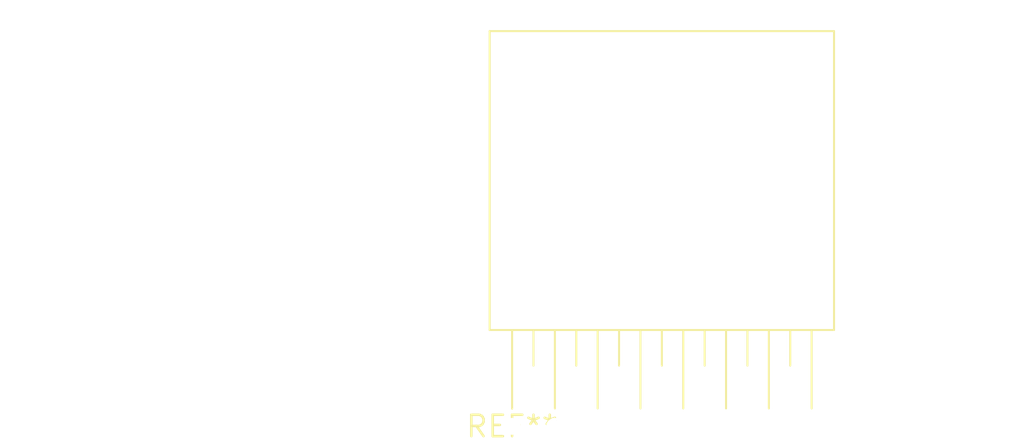
<source format=kicad_pcb>
(kicad_pcb (version 20240108) (generator pcbnew)
  (layers (0 "F.Cu" signal) (31 "B.Cu" signal) (34 "B.Paste" user) (35 "F.Paste" user) (36 "B.SilkS" user "B.Silkscreen") (37 "F.SilkS" user "F.Silkscreen") (38 "B.Mask" user) (39 "F.Mask" user) (44 "Edge.Cuts" user))
  (net 0 "")
  (footprint "TO-220-15_P2.54x2.54mm_StaggerOdd_Lead5.84mm_TabDown" (layer "F.Cu") (at 0 0)
    (property "Reference" "REF**")
    (property "Value" "TO-220-15_P2.54x2.54mm_StaggerOdd_Lead5.84mm_TabDown")
    (fp_line (start -1.33 -23.46) (end -1.33 -5.72) (layer "F.SilkS") (stroke (width 0.12)))
    (fp_line (start -1.33 -23.46) (end 19.11 -23.46) (layer "F.SilkS") (stroke (width 0.12)))
    (fp_line (start -1.33 -5.72) (end 19.11 -5.72) (layer "F.SilkS") (stroke (width 0.12)))
    (fp_line (start 0 -5.72) (end 0 -1.05) (layer "F.SilkS") (stroke (width 0.12)))
    (fp_line (start 1.27 -5.72) (end 1.27 -3.606) (layer "F.SilkS") (stroke (width 0.12)))
    (fp_line (start 2.54 -5.72) (end 2.54 -1.065) (layer "F.SilkS") (stroke (width 0.12)))
    (fp_line (start 3.81 -5.72) (end 3.81 -3.606) (layer "F.SilkS") (stroke (width 0.12)))
    (fp_line (start 5.08 -5.72) (end 5.08 -1.065) (layer "F.SilkS") (stroke (width 0.12)))
    (fp_line (start 6.35 -5.72) (end 6.35 -3.606) (layer "F.SilkS") (stroke (width 0.12)))
    (fp_line (start 7.62 -5.72) (end 7.62 -1.065) (layer "F.SilkS") (stroke (width 0.12)))
    (fp_line (start 8.89 -5.72) (end 8.89 -3.606) (layer "F.SilkS") (stroke (width 0.12)))
    (fp_line (start 10.16 -5.72) (end 10.16 -1.065) (layer "F.SilkS") (stroke (width 0.12)))
    (fp_line (start 11.43 -5.72) (end 11.43 -3.606) (layer "F.SilkS") (stroke (width 0.12)))
    (fp_line (start 12.7 -5.72) (end 12.7 -1.065) (layer "F.SilkS") (stroke (width 0.12)))
    (fp_line (start 13.97 -5.72) (end 13.97 -3.606) (layer "F.SilkS") (stroke (width 0.12)))
    (fp_line (start 15.24 -5.72) (end 15.24 -1.065) (layer "F.SilkS") (stroke (width 0.12)))
    (fp_line (start 16.51 -5.72) (end 16.51 -3.606) (layer "F.SilkS") (stroke (width 0.12)))
    (fp_line (start 17.78 -5.72) (end 17.78 -1.065) (layer "F.SilkS") (stroke (width 0.12)))
    (fp_line (start 19.11 -23.46) (end 19.11 -5.72) (layer "F.SilkS") (stroke (width 0.12)))
    (pad "" np_thru_hole oval (at 8.89 -20.54) (size 3.5 3.5) (drill 3.5) (layers *.Cu *.Mask))
    (pad "1" thru_hole rect (at 0 0) (size 1.8 1.8) (drill 1) (layers *.Cu *.Mask) (remove_unused_layers))
    (pad "2" thru_hole oval (at 1.27 -2.54) (size 1.8 1.8) (drill 1) (layers *.Cu *.Mask) (remove_unused_layers))
    (pad "3" thru_hole oval (at 2.54 0) (size 1.8 1.8) (drill 1) (layers *.Cu *.Mask) (remove_unused_layers))
    (pad "4" thru_hole oval (at 3.81 -2.54) (size 1.8 1.8) (drill 1) (layers *.Cu *.Mask) (remove_unused_layers))
    (pad "5" thru_hole oval (at 5.08 0) (size 1.8 1.8) (drill 1) (layers *.Cu *.Mask) (remove_unused_layers))
    (pad "6" thru_hole oval (at 6.35 -2.54) (size 1.8 1.8) (drill 1) (layers *.Cu *.Mask) (remove_unused_layers))
    (pad "7" thru_hole oval (at 7.62 0) (size 1.8 1.8) (drill 1) (layers *.Cu *.Mask) (remove_unused_layers))
    (pad "8" thru_hole oval (at 8.89 -2.54) (size 1.8 1.8) (drill 1) (layers *.Cu *.Mask) (remove_unused_layers))
    (pad "9" thru_hole oval (at 10.16 0) (size 1.8 1.8) (drill 1) (layers *.Cu *.Mask) (remove_unused_layers))
    (pad "10" thru_hole oval (at 11.43 -2.54) (size 1.8 1.8) (drill 1) (layers *.Cu *.Mask) (remove_unused_layers))
    (pad "11" thru_hole oval (at 12.7 0) (size 1.8 1.8) (drill 1) (layers *.Cu *.Mask) (remove_unused_layers))
    (pad "12" thru_hole oval (at 13.97 -2.54) (size 1.8 1.8) (drill 1) (layers *.Cu *.Mask) (remove_unused_layers))
    (pad "13" thru_hole oval (at 15.24 0) (size 1.8 1.8) (drill 1) (layers *.Cu *.Mask) (remove_unused_layers))
    (pad "14" thru_hole oval (at 16.51 -2.54) (size 1.8 1.8) (drill 1) (layers *.Cu *.Mask) (remove_unused_layers))
    (pad "15" thru_hole oval (at 17.78 0) (size 1.8 1.8) (drill 1) (layers *.Cu *.Mask) (remove_unused_layers))
  )
)
</source>
